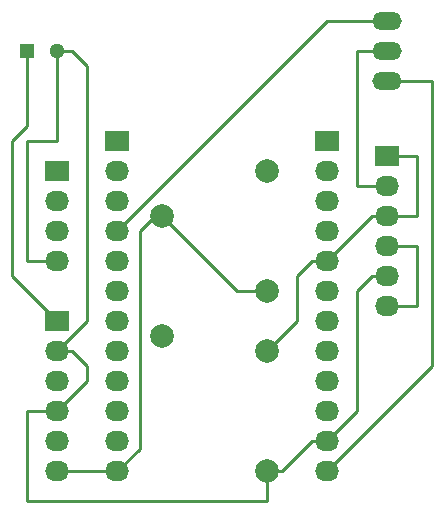
<source format=gbr>
G04 #@! TF.FileFunction,Copper,L1,Top,Signal*
%FSLAX46Y46*%
G04 Gerber Fmt 4.6, Leading zero omitted, Abs format (unit mm)*
G04 Created by KiCad (PCBNEW 4.0.2-stable) date Wednesday, 12 October 2016 'pmt' 07:44:15 pm*
%MOMM*%
G01*
G04 APERTURE LIST*
%ADD10C,0.100000*%
%ADD11R,2.032000X1.727200*%
%ADD12O,2.032000X1.727200*%
%ADD13C,1.998980*%
%ADD14O,2.499360X1.501140*%
%ADD15R,1.300000X1.300000*%
%ADD16C,1.300000*%
%ADD17C,0.250000*%
G04 APERTURE END LIST*
D10*
D11*
X157480000Y-81280000D03*
D12*
X157480000Y-83820000D03*
X157480000Y-86360000D03*
X157480000Y-88900000D03*
D13*
X175260000Y-81280000D03*
X175260000Y-91440000D03*
X175260000Y-96520000D03*
X175260000Y-106680000D03*
X166370000Y-85090000D03*
X166370000Y-95250000D03*
D14*
X185420000Y-71120000D03*
X185420000Y-68580000D03*
X185420000Y-73660000D03*
D11*
X157480000Y-93980000D03*
D12*
X157480000Y-96520000D03*
X157480000Y-99060000D03*
X157480000Y-101600000D03*
X157480000Y-104140000D03*
X157480000Y-106680000D03*
D15*
X154940000Y-71120000D03*
D16*
X157440000Y-71120000D03*
D12*
X180340000Y-106680000D03*
X180340000Y-104140000D03*
X180340000Y-101600000D03*
X180340000Y-99060000D03*
X180340000Y-96520000D03*
X180340000Y-93980000D03*
X180340000Y-91440000D03*
X180340000Y-88900000D03*
X180340000Y-86360000D03*
X180340000Y-83820000D03*
X180340000Y-81280000D03*
D11*
X180340000Y-78740000D03*
X162560000Y-78740000D03*
D12*
X162560000Y-81280000D03*
X162560000Y-83820000D03*
X162560000Y-86360000D03*
X162560000Y-88900000D03*
X162560000Y-91440000D03*
X162560000Y-93980000D03*
X162560000Y-96520000D03*
X162560000Y-99060000D03*
X162560000Y-101600000D03*
X162560000Y-104140000D03*
X162560000Y-106680000D03*
D11*
X185420000Y-80010000D03*
D12*
X185420000Y-82550000D03*
X185420000Y-85090000D03*
X185420000Y-87630000D03*
X185420000Y-90170000D03*
X185420000Y-92710000D03*
D17*
X154940000Y-71120000D02*
X154940000Y-77470000D01*
X153670000Y-90170000D02*
X157480000Y-93980000D01*
X153670000Y-78740000D02*
X153670000Y-90170000D01*
X154940000Y-77470000D02*
X153670000Y-78740000D01*
X157440000Y-71120000D02*
X157440000Y-78700000D01*
X154940000Y-88900000D02*
X157480000Y-88900000D01*
X154940000Y-78740000D02*
X154940000Y-88900000D01*
X157400000Y-78740000D02*
X154940000Y-78740000D01*
X157440000Y-78700000D02*
X157400000Y-78740000D01*
X175260000Y-106680000D02*
X175260000Y-109220000D01*
X154940000Y-101600000D02*
X157480000Y-101600000D01*
X154940000Y-109220000D02*
X154940000Y-101600000D01*
X175260000Y-109220000D02*
X154940000Y-109220000D01*
X157480000Y-96520000D02*
X158750000Y-96520000D01*
X158750000Y-96520000D02*
X160020000Y-97790000D01*
X160020000Y-97790000D02*
X160020000Y-99060000D01*
X160020000Y-99060000D02*
X157480000Y-101600000D01*
X157440000Y-71120000D02*
X158750000Y-71120000D01*
X160020000Y-93980000D02*
X157480000Y-96520000D01*
X160020000Y-72390000D02*
X160020000Y-93980000D01*
X158750000Y-71120000D02*
X160020000Y-72390000D01*
X180340000Y-104140000D02*
X179070000Y-104140000D01*
X176530000Y-106680000D02*
X175260000Y-106680000D01*
X179070000Y-104140000D02*
X176530000Y-106680000D01*
X185420000Y-90170000D02*
X184150000Y-90170000D01*
X182880000Y-101600000D02*
X180340000Y-104140000D01*
X182880000Y-91440000D02*
X182880000Y-101600000D01*
X184150000Y-90170000D02*
X182880000Y-91440000D01*
X185420000Y-71120000D02*
X182880000Y-71120000D01*
X182880000Y-82550000D02*
X185420000Y-82550000D01*
X182880000Y-71120000D02*
X182880000Y-82550000D01*
X185420000Y-68580000D02*
X180340000Y-68580000D01*
X180340000Y-68580000D02*
X162560000Y-86360000D01*
X189230000Y-97790000D02*
X180340000Y-106680000D01*
X189230000Y-73660000D02*
X189230000Y-97790000D01*
X185420000Y-73660000D02*
X189230000Y-73660000D01*
X180340000Y-88900000D02*
X179070000Y-88900000D01*
X177800000Y-93980000D02*
X175260000Y-96520000D01*
X177800000Y-90170000D02*
X177800000Y-93980000D01*
X179070000Y-88900000D02*
X177800000Y-90170000D01*
X185420000Y-85090000D02*
X184150000Y-85090000D01*
X184150000Y-85090000D02*
X180340000Y-88900000D01*
X185420000Y-80010000D02*
X187960000Y-80010000D01*
X187960000Y-85090000D02*
X185420000Y-85090000D01*
X187960000Y-80010000D02*
X187960000Y-85090000D01*
X166370000Y-85090000D02*
X165735000Y-85090000D01*
X165735000Y-85090000D02*
X164465000Y-86360000D01*
X164465000Y-104775000D02*
X162560000Y-106680000D01*
X164465000Y-86360000D02*
X164465000Y-104775000D01*
X175260000Y-91440000D02*
X172720000Y-91440000D01*
X172720000Y-91440000D02*
X166370000Y-85090000D01*
X157480000Y-106680000D02*
X162560000Y-106680000D01*
X185420000Y-87630000D02*
X187960000Y-87630000D01*
X187960000Y-87630000D02*
X187960000Y-92710000D01*
X187960000Y-92710000D02*
X185420000Y-92710000D01*
M02*

</source>
